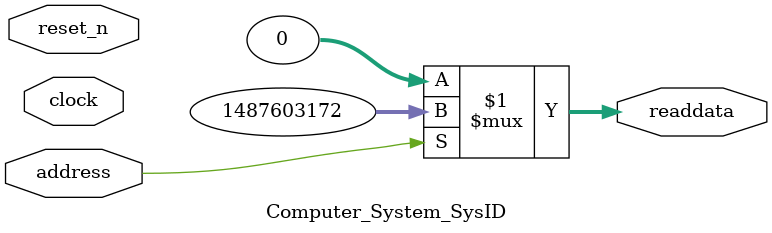
<source format=v>

`timescale 1ns / 1ps
// synthesis translate_on

// turn off superfluous verilog processor warnings 
// altera message_level Level1 
// altera message_off 10034 10035 10036 10037 10230 10240 10030 

module Computer_System_SysID (
               // inputs:
                address,
                clock,
                reset_n,

               // outputs:
                readdata
             )
;

  output  [ 31: 0] readdata;
  input            address;
  input            clock;
  input            reset_n;

  wire    [ 31: 0] readdata;
  //control_slave, which is an e_avalon_slave
  assign readdata = address ? 1487603172 : 0;

endmodule




</source>
